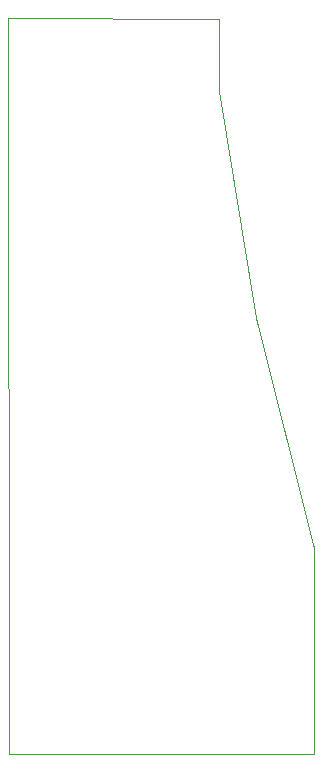
<source format=gbr>
%TF.GenerationSoftware,KiCad,Pcbnew,8.0.6*%
%TF.CreationDate,2025-02-12T14:43:40-05:00*%
%TF.ProjectId,PwrModule,5077724d-6f64-4756-9c65-2e6b69636164,rev?*%
%TF.SameCoordinates,Original*%
%TF.FileFunction,Profile,NP*%
%FSLAX46Y46*%
G04 Gerber Fmt 4.6, Leading zero omitted, Abs format (unit mm)*
G04 Created by KiCad (PCBNEW 8.0.6) date 2025-02-12 14:43:40*
%MOMM*%
%LPD*%
G01*
G04 APERTURE LIST*
%TA.AperFunction,Profile*%
%ADD10C,0.100000*%
%TD*%
G04 APERTURE END LIST*
D10*
X101600000Y-102675000D02*
X101575000Y-40400000D01*
X119375000Y-40425000D02*
X119375000Y-46575000D01*
X119375000Y-40425000D02*
X101575000Y-40400000D01*
X127450000Y-85225000D02*
X127425000Y-102675000D01*
X119375000Y-46575000D02*
X122550000Y-65725000D01*
X122550000Y-65725000D02*
X127450000Y-85225000D01*
X127425000Y-102675000D02*
X101600000Y-102675000D01*
M02*

</source>
